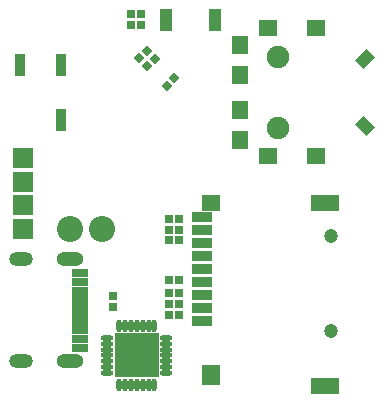
<source format=gbs>
G04*
G04 #@! TF.GenerationSoftware,Altium Limited,Altium Designer,20.1.10 (176)*
G04*
G04 Layer_Color=16711935*
%FSLAX25Y25*%
%MOIN*%
G70*
G04*
G04 #@! TF.SameCoordinates,F252A181-4E7B-4898-9581-9C64CF10C23C*
G04*
G04*
G04 #@! TF.FilePolarity,Negative*
G04*
G01*
G75*
%ADD39R,0.02800X0.02800*%
%ADD40R,0.02800X0.02800*%
%ADD45P,0.03960X4X270.0*%
%ADD63O,0.07887X0.04737*%
%ADD64O,0.09068X0.04737*%
%ADD65C,0.04737*%
%ADD66C,0.07493*%
%ADD98R,0.14580X0.14580*%
%ADD99O,0.01902X0.04327*%
%ADD100O,0.04326X0.01902*%
%ADD101O,0.04327X0.01902*%
%ADD102R,0.04343X0.07493*%
%ADD103R,0.05328X0.01981*%
%ADD104R,0.05328X0.03162*%
%ADD105R,0.06312X0.05524*%
%ADD106R,0.07099X0.03556*%
%ADD107R,0.09461X0.05524*%
%ADD108R,0.06312X0.07099*%
G04:AMPARAMS|DCode=109|XSize=41.47mil|YSize=55.24mil|CornerRadius=0mil|HoleSize=0mil|Usage=FLASHONLY|Rotation=315.000|XOffset=0mil|YOffset=0mil|HoleType=Round|Shape=Rectangle|*
%AMROTATEDRECTD109*
4,1,4,-0.03419,-0.00487,0.00487,0.03419,0.03419,0.00487,-0.00487,-0.03419,-0.03419,-0.00487,0.0*
%
%ADD109ROTATEDRECTD109*%

G04:AMPARAMS|DCode=110|XSize=41.47mil|YSize=55.24mil|CornerRadius=0mil|HoleSize=0mil|Usage=FLASHONLY|Rotation=45.000|XOffset=0mil|YOffset=0mil|HoleType=Round|Shape=Rectangle|*
%AMROTATEDRECTD110*
4,1,4,0.00487,-0.03419,-0.03419,0.00487,-0.00487,0.03419,0.03419,-0.00487,0.00487,-0.03419,0.0*
%
%ADD110ROTATEDRECTD110*%

%ADD111R,0.05918X0.05524*%
%ADD112R,0.05524X0.05918*%
%ADD113O,0.08674X0.08674*%
%ADD114R,0.06706X0.06706*%
%ADD115R,0.03556X0.07493*%
D39*
X29200Y36400D02*
D03*
X29200Y39943D02*
D03*
D40*
X38600Y130500D02*
D03*
X35057Y130500D02*
D03*
X51300Y62200D02*
D03*
X47757Y62200D02*
D03*
X51300Y58600D02*
D03*
X47757Y58600D02*
D03*
X51300Y41100D02*
D03*
X47757Y41100D02*
D03*
X51300Y37500D02*
D03*
X47757Y37500D02*
D03*
X51300Y33900D02*
D03*
X47757Y33900D02*
D03*
Y65826D02*
D03*
X51300Y65827D02*
D03*
X35057Y134100D02*
D03*
X38600Y134100D02*
D03*
X47757Y45400D02*
D03*
X51300Y45400D02*
D03*
D45*
X40634Y116744D02*
D03*
X43139Y119250D02*
D03*
X47184Y110194D02*
D03*
X49689Y112700D02*
D03*
X38000Y119300D02*
D03*
X40505Y121806D02*
D03*
D63*
X-1449Y18256D02*
D03*
Y52272D02*
D03*
D64*
X15008Y18256D02*
D03*
Y52272D02*
D03*
D65*
X101910Y28565D02*
D03*
Y60061D02*
D03*
D66*
X84284Y119811D02*
D03*
Y96189D02*
D03*
D98*
X37127Y20258D02*
D03*
D99*
X31217Y10417D02*
D03*
X33187D02*
D03*
X35157D02*
D03*
X37127D02*
D03*
X39097Y10417D02*
D03*
X41067D02*
D03*
X43037D02*
D03*
X43037Y30102D02*
D03*
X41067D02*
D03*
X39097D02*
D03*
X37127D02*
D03*
X35157Y30102D02*
D03*
X33187D02*
D03*
X31217D02*
D03*
D100*
X46970Y14349D02*
D03*
Y16319D02*
D03*
Y18289D02*
D03*
Y20259D02*
D03*
Y22229D02*
D03*
Y24199D02*
D03*
Y26169D02*
D03*
D101*
X27284Y26169D02*
D03*
Y24199D02*
D03*
Y22229D02*
D03*
X27284Y20259D02*
D03*
Y18289D02*
D03*
Y16319D02*
D03*
Y14349D02*
D03*
D102*
X63198Y131958D02*
D03*
X47056D02*
D03*
D103*
X18236Y42153D02*
D03*
Y40185D02*
D03*
Y38217D02*
D03*
Y36248D02*
D03*
Y34280D02*
D03*
Y32311D02*
D03*
Y30343D02*
D03*
Y28374D02*
D03*
D104*
Y47862D02*
D03*
Y44713D02*
D03*
Y25815D02*
D03*
Y22665D02*
D03*
D105*
X62005Y71084D02*
D03*
D106*
X58776Y66360D02*
D03*
Y57698D02*
D03*
Y53368D02*
D03*
Y49037D02*
D03*
Y40376D02*
D03*
Y36045D02*
D03*
Y31714D02*
D03*
Y44706D02*
D03*
Y62029D02*
D03*
D107*
X99800Y10061D02*
D03*
Y71084D02*
D03*
D108*
X62005Y13604D02*
D03*
D109*
X113135Y119135D02*
D03*
D110*
Y96865D02*
D03*
D111*
X96882Y129260D02*
D03*
X80740D02*
D03*
Y86740D02*
D03*
X96882D02*
D03*
D112*
X71685Y123748D02*
D03*
Y113807D02*
D03*
Y102193D02*
D03*
Y92252D02*
D03*
D113*
X14998Y62400D02*
D03*
X25500D02*
D03*
D114*
X-929Y86094D02*
D03*
Y78220D02*
D03*
Y70346D02*
D03*
Y62472D02*
D03*
D115*
X-1763Y117013D02*
D03*
X12017Y117013D02*
D03*
Y98903D02*
D03*
M02*

</source>
